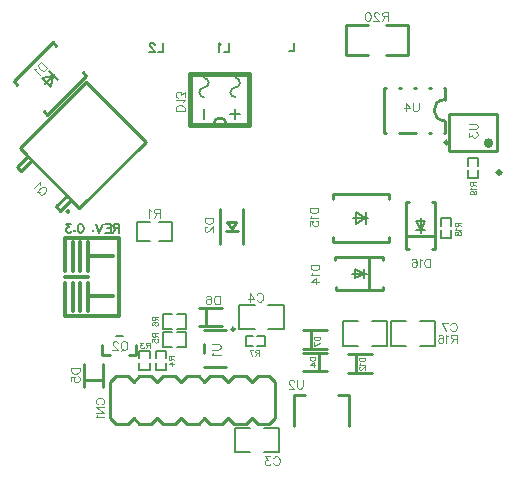
<source format=gbo>
G04 Layer: BottomSilkLayer*
G04 EasyEDA v6.3.22, 2020-02-05T09:45:25+02:00*
G04 0beb7f22875c416991f5e4e823d3f9f6,afbe6106ea7c444a8181c1b12ab228e2,10*
G04 Gerber Generator version 0.2*
G04 Scale: 100 percent, Rotated: No, Reflected: No *
G04 Dimensions in inches *
G04 leading zeros omitted , absolute positions ,2 integer and 4 decimal *
%FSLAX24Y24*%
%MOIN*%
G90*
G70D02*

%ADD10C,0.010000*%
%ADD15C,0.012000*%
%ADD49C,0.007874*%
%ADD51C,0.006000*%
%ADD52C,0.004000*%
%ADD53C,0.005000*%
%ADD54C,0.007870*%
%ADD55C,0.005906*%
%ADD56C,0.005080*%
%ADD57C,0.015240*%
%ADD58C,0.015748*%
%ADD59C,0.011811*%
%ADD60C,0.003000*%

%LPD*%
G54D10*
G01X13630Y9431D02*
G01X11779Y9431D01*
G54D53*
G01X12534Y8840D02*
G01X12842Y8628D01*
G01X12534Y8435D02*
G01X12534Y8835D01*
G01X12858Y8828D02*
G01X12858Y8428D01*
G01X12920Y8639D02*
G01X12441Y8639D01*
G01X12842Y8628D02*
G01X12534Y8439D01*
G54D10*
G01X13630Y7856D02*
G01X11779Y7856D01*
G01X13630Y9431D02*
G01X13630Y9270D01*
G01X13630Y8017D02*
G01X13630Y7856D01*
G01X11779Y9431D02*
G01X11779Y9270D01*
G01X11779Y8017D02*
G01X11779Y7856D01*
G54D54*
G01X9454Y1650D02*
G01X9974Y1650D01*
G01X9974Y835D01*
G01X9454Y835D01*
G01X9008Y1650D02*
G01X8489Y1650D01*
G01X8489Y835D01*
G01X9008Y835D01*
G54D10*
G01X9842Y3169D02*
G01X9645Y3366D01*
G01X9251Y3366D01*
G01X9055Y3169D01*
G01X9055Y3169D02*
G01X8858Y3366D01*
G01X8464Y3366D01*
G01X8267Y3169D01*
G01X8268Y3169D02*
G01X8071Y3366D01*
G01X7677Y3366D01*
G01X7481Y3169D01*
G01X7480Y3169D02*
G01X7283Y3366D01*
G01X6889Y3366D01*
G01X6693Y3169D01*
G01X6693Y3169D02*
G01X6496Y3366D01*
G01X6102Y3366D01*
G01X5905Y3169D01*
G01X5906Y3169D02*
G01X5709Y3366D01*
G01X5315Y3366D01*
G01X5118Y3169D01*
G01X5118Y3169D02*
G01X4921Y3366D01*
G01X4527Y3366D01*
G01X4331Y3169D01*
G01X4331Y1988D02*
G01X4527Y1791D01*
G01X4921Y1791D01*
G01X5118Y1988D01*
G01X5118Y1988D02*
G01X5314Y1791D01*
G01X5708Y1791D01*
G01X5905Y1988D01*
G01X5906Y1988D02*
G01X6102Y1791D01*
G01X6496Y1791D01*
G01X6693Y1988D01*
G01X6693Y1988D02*
G01X6889Y1791D01*
G01X7283Y1791D01*
G01X7480Y1988D01*
G01X7481Y1988D02*
G01X7677Y1791D01*
G01X8071Y1791D01*
G01X8268Y1988D01*
G01X8268Y1988D02*
G01X8464Y1791D01*
G01X8858Y1791D01*
G01X9055Y1988D01*
G01X9055Y1988D02*
G01X9251Y1791D01*
G01X9645Y1791D01*
G01X9842Y1988D01*
G01X9842Y3169D02*
G01X9842Y1988D01*
G01X4330Y3169D02*
G01X4330Y1988D01*
G01X10834Y2729D02*
G01X10480Y2729D01*
G01X10480Y1706D01*
G01X12291Y1706D02*
G01X12291Y2729D01*
G01X11937Y2729D01*
G01X7481Y3683D02*
G01X8190Y3683D01*
G01X7481Y4450D02*
G01X7481Y4135D01*
G01X7481Y4903D02*
G01X8190Y4903D01*
G54D51*
G01X9242Y4713D02*
G01X9492Y4713D01*
G01X9492Y4373D01*
G01X9282Y4373D01*
G01X9242Y4373D01*
G01X9092Y4373D02*
G01X8852Y4373D01*
G01X8852Y4713D01*
G01X9062Y4713D01*
G01X9092Y4713D01*
G01X5316Y3966D02*
G01X5316Y4216D01*
G01X5656Y4216D01*
G01X5656Y4006D01*
G01X5656Y3966D01*
G01X5656Y3816D02*
G01X5656Y3576D01*
G01X5316Y3576D01*
G01X5316Y3786D01*
G01X5316Y3816D01*
G01X5866Y3966D02*
G01X5866Y4216D01*
G01X6206Y4216D01*
G01X6206Y4006D01*
G01X6206Y3966D01*
G01X6206Y3816D02*
G01X6206Y3576D01*
G01X5866Y3576D01*
G01X5866Y3786D01*
G01X5866Y3816D01*
G01X15366Y8383D02*
G01X15366Y8633D01*
G01X15706Y8633D01*
G01X15706Y8423D01*
G01X15706Y8383D01*
G01X15706Y8233D02*
G01X15706Y7993D01*
G01X15366Y7993D01*
G01X15366Y8203D01*
G01X15366Y8233D01*
G01X16266Y10383D02*
G01X16266Y10633D01*
G01X16606Y10633D01*
G01X16606Y10423D01*
G01X16606Y10383D01*
G01X16606Y10233D02*
G01X16606Y9993D01*
G01X16266Y9993D01*
G01X16266Y10203D01*
G01X16266Y10233D01*
G54D55*
G01X6856Y4957D02*
G01X6856Y5429D01*
G01X6553Y4957D02*
G01X6856Y4957D01*
G01X6108Y4957D02*
G01X6108Y5429D01*
G01X6412Y4957D02*
G01X6108Y4957D01*
G01X6412Y5429D02*
G01X6108Y5429D01*
G01X6553Y5429D02*
G01X6856Y5429D01*
G01X6860Y4357D02*
G01X6860Y4829D01*
G01X6556Y4357D02*
G01X6860Y4357D01*
G01X6112Y4357D02*
G01X6112Y4829D01*
G01X6415Y4357D02*
G01X6112Y4357D01*
G01X6415Y4829D02*
G01X6112Y4829D01*
G01X6556Y4829D02*
G01X6860Y4829D01*
G54D10*
G01X12270Y3478D02*
G01X13057Y3478D01*
G01X12270Y4108D02*
G01X13057Y4108D01*
G01X12525Y3478D02*
G01X12525Y4108D01*
G01X10770Y4278D02*
G01X11557Y4278D01*
G01X10770Y4908D02*
G01X11557Y4908D01*
G01X11025Y4278D02*
G01X11025Y4908D01*
G01X11552Y4158D02*
G01X10764Y4158D01*
G01X11552Y3528D02*
G01X10764Y3528D01*
G01X11296Y4158D02*
G01X11296Y3528D01*
G01X7292Y5028D02*
G01X8079Y5028D01*
G01X7292Y5658D02*
G01X8079Y5658D01*
G01X7547Y5028D02*
G01X7547Y5658D01*
G01X4101Y2999D02*
G01X4101Y3787D01*
G01X3471Y2999D02*
G01X3471Y3787D01*
G01X4101Y3255D02*
G01X3471Y3255D01*
G54D53*
G01X14686Y8640D02*
G01X14686Y8140D01*
G01X14686Y8540D02*
G01X14836Y8540D01*
G01X14836Y8540D02*
G01X14686Y8240D01*
G01X14686Y8240D02*
G01X14836Y8240D01*
G01X14686Y8540D02*
G01X14536Y8540D01*
G01X14536Y8540D02*
G01X14686Y8240D01*
G01X14686Y8240D02*
G01X14536Y8240D01*
G54D10*
G01X15178Y9177D02*
G01X15079Y9177D01*
G01X14292Y9177D02*
G01X14194Y9177D01*
G01X15178Y7603D02*
G01X15178Y9177D01*
G01X15178Y7603D02*
G01X15079Y7603D01*
G01X14292Y7603D02*
G01X14194Y7603D01*
G01X14194Y9177D02*
G01X14194Y7603D01*
G01X14196Y8053D02*
G01X15176Y8053D01*
G01X2433Y14504D02*
G01X1125Y13196D01*
G54D53*
G01X2076Y13312D02*
G01X2444Y13379D01*
G01X2363Y13025D02*
G01X2080Y13308D01*
G01X2313Y13532D02*
G01X2596Y13249D01*
G01X2491Y13443D02*
G01X2152Y13103D01*
G01X2444Y13379D02*
G01X2360Y13028D01*
G54D10*
G01X3547Y13390D02*
G01X2238Y12082D01*
G01X2433Y14504D02*
G01X2547Y14390D01*
G01X3433Y13504D02*
G01X3547Y13390D01*
G01X1125Y13196D02*
G01X1239Y13082D01*
G01X2124Y12196D02*
G01X2238Y12082D01*
G01X8386Y8292D02*
G01X8546Y8522D01*
G01X8546Y8522D02*
G01X8226Y8522D01*
G01X8226Y8522D02*
G01X8386Y8292D01*
G01X8779Y7772D02*
G01X8779Y8953D01*
G01X7992Y8953D02*
G01X7992Y7772D01*
G01X8586Y8202D02*
G01X8186Y8202D01*
G54D56*
G01X7466Y11953D02*
G01X7466Y12273D01*
G01X8505Y11953D02*
G01X8505Y12273D01*
G01X8346Y12113D02*
G01X8666Y12113D01*
G54D57*
G01X7006Y13433D02*
G01X8966Y13433D01*
G01X8966Y13433D02*
G01X8966Y11753D01*
G01X8966Y11753D02*
G01X7006Y11753D01*
G01X7006Y11753D02*
G01X7006Y13433D01*
G54D10*
G01X12976Y6303D02*
G01X12976Y7283D01*
G54D53*
G01X12389Y6793D02*
G01X12889Y6793D01*
G01X12489Y6793D02*
G01X12489Y6943D01*
G01X12489Y6943D02*
G01X12789Y6793D01*
G01X12789Y6793D02*
G01X12789Y6943D01*
G01X12489Y6793D02*
G01X12489Y6643D01*
G01X12489Y6643D02*
G01X12789Y6793D01*
G01X12789Y6793D02*
G01X12789Y6643D01*
G54D10*
G01X11846Y7331D02*
G01X11846Y7233D01*
G01X11866Y6341D02*
G01X11866Y6243D01*
G01X13426Y7343D02*
G01X11852Y7343D01*
G01X13426Y7343D02*
G01X13426Y7245D01*
G01X13436Y6341D02*
G01X13436Y6243D01*
G01X11862Y6243D02*
G01X13436Y6243D01*
G01X4951Y4087D02*
G01X5210Y4087D01*
G01X4951Y4087D01*
G01X5210Y4087D01*
G01X5210Y4408D01*
G01X4061Y4408D02*
G01X4061Y4087D01*
G01X4321Y4087D01*
G54D49*
G01X4518Y4697D02*
G01X4754Y4697D01*
G54D10*
G01X3041Y9250D02*
G01X2679Y8888D01*
G01X2539Y9028D01*
G01X2901Y9389D01*
G01X5525Y11193D02*
G01X3311Y8979D01*
G01X1322Y10969D01*
G01X3535Y13182D01*
G01X5525Y11193D01*
G01X1727Y10566D02*
G01X1365Y10204D01*
G01X1226Y10343D01*
G01X1588Y10705D01*
G01X17223Y10863D02*
G01X15648Y10863D01*
G01X15648Y12123D01*
G01X17223Y12123D01*
G01X17223Y10863D01*
G01X15509Y11488D02*
G01X15509Y11888D01*
G01X13462Y12988D02*
G01X13462Y11488D01*
G01X15509Y12988D02*
G01X15509Y12588D01*
G01X15486Y12988D02*
G01X15452Y12988D01*
G01X15019Y12988D02*
G01X14952Y12988D01*
G01X14519Y12988D02*
G01X14452Y12988D01*
G01X14019Y12988D02*
G01X13952Y12988D01*
G01X13519Y12988D02*
G01X13486Y12988D01*
G01X15509Y11488D02*
G01X15454Y11488D01*
G01X15017Y11488D02*
G01X14954Y11488D01*
G01X14517Y11488D02*
G01X13954Y11488D01*
G01X13517Y11488D02*
G01X13462Y11488D01*
G54D54*
G01X9167Y4936D02*
G01X8648Y4936D01*
G01X8648Y5751D01*
G01X9167Y5751D01*
G01X9613Y4936D02*
G01X10133Y4936D01*
G01X10133Y5751D01*
G01X9613Y5751D01*
G01X13054Y5200D02*
G01X13574Y5200D01*
G01X13574Y4385D01*
G01X13054Y4385D01*
G01X12608Y5200D02*
G01X12089Y5200D01*
G01X12089Y4385D01*
G01X12608Y4385D01*
G01X14654Y5200D02*
G01X15174Y5200D01*
G01X15174Y4385D01*
G01X14654Y4385D01*
G01X14208Y5200D02*
G01X13689Y5200D01*
G01X13689Y4385D01*
G01X14208Y4385D01*
G54D49*
G01X5653Y8508D02*
G01X5220Y8508D01*
G01X5220Y7878D01*
G01X5653Y7878D01*
G01X5968Y8508D02*
G01X6401Y8508D01*
G01X6401Y8114D01*
G01X6401Y7878D01*
G01X5968Y7878D01*
G54D15*
G01X2843Y6493D02*
G01X2843Y5393D01*
G01X2843Y5393D02*
G01X4643Y5393D01*
G01X4643Y7993D02*
G01X4643Y5393D01*
G01X2843Y7993D02*
G01X4643Y7993D01*
G01X2843Y7993D02*
G01X2843Y6893D01*
G01X2843Y6693D02*
G01X3593Y6693D01*
G01X3593Y7393D02*
G01X4443Y7393D01*
G01X3593Y7843D02*
G01X3593Y6893D01*
G01X3093Y6493D02*
G01X3093Y5543D01*
G01X3093Y7843D02*
G01X3093Y6893D01*
G01X3593Y6043D02*
G01X4443Y6043D01*
G01X3593Y6493D02*
G01X3593Y5543D01*
G01X3343Y7843D02*
G01X3343Y6893D01*
G01X3343Y6493D02*
G01X3343Y5543D01*
G54D10*
G01X13536Y15093D02*
G01X14263Y15093D01*
G01X14263Y14093D01*
G01X13536Y14093D01*
G01X12936Y14093D02*
G01X12204Y14093D01*
G01X12204Y15093D01*
G01X12936Y15093D01*
G54D51*
G01X10450Y14493D02*
G01X10450Y14206D01*
G01X10450Y14206D02*
G01X10286Y14206D01*
G01X8286Y14477D02*
G01X8286Y14190D01*
G01X8286Y14190D02*
G01X8122Y14190D01*
G01X8032Y14422D02*
G01X8005Y14436D01*
G01X7964Y14477D01*
G01X7964Y14190D01*
G01X6086Y14477D02*
G01X6086Y14190D01*
G01X6086Y14190D02*
G01X5922Y14190D01*
G01X5819Y14408D02*
G01X5819Y14422D01*
G01X5805Y14449D01*
G01X5791Y14463D01*
G01X5764Y14477D01*
G01X5710Y14477D01*
G01X5682Y14463D01*
G01X5669Y14449D01*
G01X5655Y14422D01*
G01X5655Y14395D01*
G01X5669Y14368D01*
G01X5696Y14327D01*
G01X5832Y14190D01*
G01X5641Y14190D01*
G54D53*
G01X4636Y8446D02*
G01X4636Y8159D01*
G01X4636Y8446D02*
G01X4513Y8446D01*
G01X4472Y8432D01*
G01X4458Y8418D01*
G01X4445Y8391D01*
G01X4445Y8364D01*
G01X4458Y8337D01*
G01X4472Y8323D01*
G01X4513Y8309D01*
G01X4636Y8309D01*
G01X4540Y8309D02*
G01X4445Y8159D01*
G01X4355Y8446D02*
G01X4355Y8159D01*
G01X4355Y8446D02*
G01X4177Y8446D01*
G01X4355Y8309D02*
G01X4246Y8309D01*
G01X4355Y8159D02*
G01X4177Y8159D01*
G01X4087Y8446D02*
G01X3978Y8159D01*
G01X3869Y8446D02*
G01X3978Y8159D01*
G01X3766Y8228D02*
G01X3779Y8214D01*
G01X3766Y8200D01*
G01X3752Y8214D01*
G01X3766Y8228D01*
G01X3370Y8446D02*
G01X3411Y8432D01*
G01X3438Y8391D01*
G01X3452Y8323D01*
G01X3452Y8282D01*
G01X3438Y8214D01*
G01X3411Y8173D01*
G01X3370Y8159D01*
G01X3343Y8159D01*
G01X3302Y8173D01*
G01X3275Y8214D01*
G01X3261Y8282D01*
G01X3261Y8323D01*
G01X3275Y8391D01*
G01X3302Y8432D01*
G01X3343Y8446D01*
G01X3370Y8446D01*
G01X3157Y8228D02*
G01X3171Y8214D01*
G01X3157Y8200D01*
G01X3144Y8214D01*
G01X3157Y8228D01*
G01X3027Y8446D02*
G01X2877Y8446D01*
G01X2958Y8337D01*
G01X2917Y8337D01*
G01X2890Y8323D01*
G01X2877Y8309D01*
G01X2863Y8268D01*
G01X2863Y8241D01*
G01X2877Y8200D01*
G01X2904Y8173D01*
G01X2945Y8159D01*
G01X2986Y8159D01*
G01X3027Y8173D01*
G01X3040Y8187D01*
G01X3054Y8214D01*
G54D52*
G01X10983Y8993D02*
G01X11269Y8993D01*
G01X10983Y8993D02*
G01X10983Y8898D01*
G01X10997Y8857D01*
G01X11024Y8829D01*
G01X11051Y8816D01*
G01X11092Y8802D01*
G01X11160Y8802D01*
G01X11201Y8816D01*
G01X11228Y8829D01*
G01X11256Y8857D01*
G01X11269Y8898D01*
G01X11269Y8993D01*
G01X11037Y8712D02*
G01X11024Y8685D01*
G01X10983Y8644D01*
G01X11269Y8644D01*
G01X10983Y8390D02*
G01X10983Y8527D01*
G01X11106Y8540D01*
G01X11092Y8527D01*
G01X11078Y8486D01*
G01X11078Y8445D01*
G01X11092Y8404D01*
G01X11119Y8377D01*
G01X11160Y8363D01*
G01X11187Y8363D01*
G01X11228Y8377D01*
G01X11256Y8404D01*
G01X11269Y8445D01*
G01X11269Y8486D01*
G01X11256Y8527D01*
G01X11242Y8540D01*
G01X11215Y8554D01*
G01X9781Y628D02*
G01X9795Y655D01*
G01X9822Y682D01*
G01X9849Y696D01*
G01X9904Y696D01*
G01X9931Y682D01*
G01X9958Y655D01*
G01X9972Y628D01*
G01X9986Y587D01*
G01X9986Y518D01*
G01X9972Y478D01*
G01X9958Y450D01*
G01X9931Y423D01*
G01X9904Y409D01*
G01X9849Y409D01*
G01X9822Y423D01*
G01X9795Y450D01*
G01X9781Y478D01*
G01X9664Y696D02*
G01X9514Y696D01*
G01X9596Y587D01*
G01X9555Y587D01*
G01X9527Y573D01*
G01X9514Y559D01*
G01X9500Y518D01*
G01X9500Y491D01*
G01X9514Y450D01*
G01X9541Y423D01*
G01X9582Y409D01*
G01X9623Y409D01*
G01X9664Y423D01*
G01X9677Y437D01*
G01X9691Y464D01*
G01X3920Y2438D02*
G01X3893Y2452D01*
G01X3866Y2479D01*
G01X3852Y2507D01*
G01X3852Y2561D01*
G01X3866Y2588D01*
G01X3893Y2616D01*
G01X3920Y2629D01*
G01X3961Y2643D01*
G01X4029Y2643D01*
G01X4070Y2629D01*
G01X4097Y2616D01*
G01X4125Y2588D01*
G01X4138Y2561D01*
G01X4138Y2507D01*
G01X4125Y2479D01*
G01X4097Y2452D01*
G01X4070Y2438D01*
G01X3852Y2348D02*
G01X4138Y2348D01*
G01X3852Y2348D02*
G01X4138Y2158D01*
G01X3852Y2158D02*
G01X4138Y2158D01*
G01X3907Y2068D02*
G01X3893Y2040D01*
G01X3852Y1999D01*
G01X4138Y1999D01*
G01X10758Y3243D02*
G01X10758Y3039D01*
G01X10744Y2998D01*
G01X10717Y2970D01*
G01X10676Y2957D01*
G01X10649Y2957D01*
G01X10608Y2970D01*
G01X10581Y2998D01*
G01X10567Y3039D01*
G01X10567Y3243D01*
G01X10463Y3175D02*
G01X10463Y3189D01*
G01X10450Y3216D01*
G01X10436Y3229D01*
G01X10409Y3243D01*
G01X10354Y3243D01*
G01X10327Y3229D01*
G01X10313Y3216D01*
G01X10300Y3189D01*
G01X10300Y3161D01*
G01X10313Y3134D01*
G01X10341Y3093D01*
G01X10477Y2957D01*
G01X10286Y2957D01*
G01X7736Y4442D02*
G01X7941Y4442D01*
G01X7981Y4428D01*
G01X8009Y4401D01*
G01X8022Y4360D01*
G01X8022Y4333D01*
G01X8009Y4292D01*
G01X7981Y4265D01*
G01X7941Y4251D01*
G01X7736Y4251D01*
G01X7791Y4161D02*
G01X7777Y4134D01*
G01X7736Y4093D01*
G01X8022Y4093D01*
G54D60*
G01X9300Y4243D02*
G01X9300Y4052D01*
G01X9300Y4243D02*
G01X9218Y4243D01*
G01X9191Y4234D01*
G01X9182Y4225D01*
G01X9173Y4207D01*
G01X9173Y4188D01*
G01X9182Y4170D01*
G01X9191Y4161D01*
G01X9218Y4152D01*
G01X9300Y4152D01*
G01X9237Y4152D02*
G01X9173Y4052D01*
G01X8986Y4243D02*
G01X9077Y4052D01*
G01X9113Y4243D02*
G01X8986Y4243D01*
G01X5650Y4493D02*
G01X5650Y4302D01*
G01X5650Y4493D02*
G01X5568Y4493D01*
G01X5541Y4484D01*
G01X5532Y4475D01*
G01X5523Y4457D01*
G01X5523Y4438D01*
G01X5532Y4420D01*
G01X5541Y4411D01*
G01X5568Y4402D01*
G01X5650Y4402D01*
G01X5587Y4402D02*
G01X5523Y4302D01*
G01X5445Y4493D02*
G01X5345Y4493D01*
G01X5399Y4420D01*
G01X5372Y4420D01*
G01X5354Y4411D01*
G01X5345Y4402D01*
G01X5336Y4375D01*
G01X5336Y4357D01*
G01X5345Y4329D01*
G01X5363Y4311D01*
G01X5390Y4302D01*
G01X5417Y4302D01*
G01X5445Y4311D01*
G01X5454Y4320D01*
G01X5463Y4338D01*
G01X6286Y4043D02*
G01X6477Y4043D01*
G01X6286Y4043D02*
G01X6286Y3961D01*
G01X6295Y3934D01*
G01X6304Y3925D01*
G01X6322Y3916D01*
G01X6340Y3916D01*
G01X6358Y3925D01*
G01X6367Y3934D01*
G01X6377Y3961D01*
G01X6377Y4043D01*
G01X6377Y3979D02*
G01X6477Y3916D01*
G01X6286Y3765D02*
G01X6413Y3856D01*
G01X6413Y3719D01*
G01X6286Y3765D02*
G01X6477Y3765D01*
G01X15836Y8493D02*
G01X16027Y8493D01*
G01X15836Y8493D02*
G01X15836Y8411D01*
G01X15845Y8384D01*
G01X15854Y8375D01*
G01X15872Y8366D01*
G01X15890Y8366D01*
G01X15908Y8375D01*
G01X15918Y8384D01*
G01X15927Y8411D01*
G01X15927Y8493D01*
G01X15927Y8429D02*
G01X16027Y8366D01*
G01X15872Y8306D02*
G01X15863Y8288D01*
G01X15836Y8260D01*
G01X16027Y8260D01*
G01X15836Y8155D02*
G01X15845Y8182D01*
G01X15863Y8191D01*
G01X15881Y8191D01*
G01X15899Y8182D01*
G01X15908Y8164D01*
G01X15918Y8128D01*
G01X15927Y8100D01*
G01X15945Y8082D01*
G01X15963Y8073D01*
G01X15990Y8073D01*
G01X16008Y8082D01*
G01X16018Y8091D01*
G01X16027Y8118D01*
G01X16027Y8155D01*
G01X16018Y8182D01*
G01X16008Y8191D01*
G01X15990Y8200D01*
G01X15963Y8200D01*
G01X15945Y8191D01*
G01X15927Y8173D01*
G01X15918Y8146D01*
G01X15908Y8109D01*
G01X15899Y8091D01*
G01X15881Y8082D01*
G01X15863Y8082D01*
G01X15845Y8091D01*
G01X15836Y8118D01*
G01X15836Y8155D01*
G01X16336Y9843D02*
G01X16527Y9843D01*
G01X16336Y9843D02*
G01X16336Y9761D01*
G01X16345Y9734D01*
G01X16354Y9725D01*
G01X16372Y9716D01*
G01X16390Y9716D01*
G01X16408Y9725D01*
G01X16417Y9734D01*
G01X16427Y9761D01*
G01X16427Y9843D01*
G01X16427Y9779D02*
G01X16527Y9716D01*
G01X16372Y9656D02*
G01X16363Y9638D01*
G01X16336Y9610D01*
G01X16527Y9610D01*
G01X16399Y9432D02*
G01X16427Y9441D01*
G01X16445Y9459D01*
G01X16454Y9487D01*
G01X16454Y9496D01*
G01X16445Y9523D01*
G01X16427Y9541D01*
G01X16399Y9550D01*
G01X16390Y9550D01*
G01X16363Y9541D01*
G01X16345Y9523D01*
G01X16336Y9496D01*
G01X16336Y9487D01*
G01X16345Y9459D01*
G01X16363Y9441D01*
G01X16399Y9432D01*
G01X16445Y9432D01*
G01X16490Y9441D01*
G01X16517Y9459D01*
G01X16527Y9487D01*
G01X16527Y9505D01*
G01X16517Y9532D01*
G01X16499Y9541D01*
G01X5737Y5359D02*
G01X5928Y5359D01*
G01X5737Y5359D02*
G01X5737Y5277D01*
G01X5747Y5250D01*
G01X5756Y5241D01*
G01X5774Y5232D01*
G01X5792Y5232D01*
G01X5810Y5241D01*
G01X5819Y5250D01*
G01X5828Y5277D01*
G01X5828Y5359D01*
G01X5828Y5296D02*
G01X5928Y5232D01*
G01X5765Y5063D02*
G01X5747Y5072D01*
G01X5737Y5099D01*
G01X5737Y5117D01*
G01X5747Y5145D01*
G01X5774Y5163D01*
G01X5819Y5172D01*
G01X5865Y5172D01*
G01X5901Y5163D01*
G01X5919Y5145D01*
G01X5928Y5117D01*
G01X5928Y5108D01*
G01X5919Y5081D01*
G01X5901Y5063D01*
G01X5874Y5054D01*
G01X5865Y5054D01*
G01X5837Y5063D01*
G01X5819Y5081D01*
G01X5810Y5108D01*
G01X5810Y5117D01*
G01X5819Y5145D01*
G01X5837Y5163D01*
G01X5865Y5172D01*
G01X5744Y4805D02*
G01X5935Y4805D01*
G01X5744Y4805D02*
G01X5744Y4723D01*
G01X5753Y4696D01*
G01X5763Y4687D01*
G01X5781Y4677D01*
G01X5799Y4677D01*
G01X5817Y4687D01*
G01X5826Y4696D01*
G01X5835Y4723D01*
G01X5835Y4805D01*
G01X5835Y4741D02*
G01X5935Y4677D01*
G01X5744Y4508D02*
G01X5744Y4599D01*
G01X5826Y4608D01*
G01X5817Y4599D01*
G01X5808Y4572D01*
G01X5808Y4545D01*
G01X5817Y4517D01*
G01X5835Y4499D01*
G01X5863Y4490D01*
G01X5881Y4490D01*
G01X5908Y4499D01*
G01X5926Y4517D01*
G01X5935Y4545D01*
G01X5935Y4572D01*
G01X5926Y4599D01*
G01X5917Y4608D01*
G01X5899Y4617D01*
G01X12636Y3993D02*
G01X12827Y3993D01*
G01X12636Y3993D02*
G01X12636Y3929D01*
G01X12645Y3902D01*
G01X12663Y3884D01*
G01X12681Y3875D01*
G01X12708Y3866D01*
G01X12754Y3866D01*
G01X12781Y3875D01*
G01X12799Y3884D01*
G01X12817Y3902D01*
G01X12827Y3929D01*
G01X12827Y3993D01*
G01X12672Y3806D02*
G01X12663Y3788D01*
G01X12636Y3760D01*
G01X12827Y3760D01*
G01X12681Y3691D02*
G01X12672Y3691D01*
G01X12654Y3682D01*
G01X12645Y3673D01*
G01X12636Y3655D01*
G01X12636Y3618D01*
G01X12645Y3600D01*
G01X12654Y3591D01*
G01X12672Y3582D01*
G01X12690Y3582D01*
G01X12708Y3591D01*
G01X12736Y3609D01*
G01X12827Y3700D01*
G01X12827Y3573D01*
G01X11136Y4693D02*
G01X11327Y4693D01*
G01X11136Y4693D02*
G01X11136Y4629D01*
G01X11145Y4602D01*
G01X11163Y4584D01*
G01X11181Y4575D01*
G01X11208Y4566D01*
G01X11254Y4566D01*
G01X11281Y4575D01*
G01X11299Y4584D01*
G01X11318Y4602D01*
G01X11327Y4629D01*
G01X11327Y4693D01*
G01X11136Y4378D02*
G01X11327Y4469D01*
G01X11136Y4506D02*
G01X11136Y4378D01*
G01X10990Y4017D02*
G01X11180Y4017D01*
G01X10990Y4017D02*
G01X10990Y3953D01*
G01X10999Y3926D01*
G01X11017Y3907D01*
G01X11035Y3898D01*
G01X11062Y3889D01*
G01X11108Y3889D01*
G01X11135Y3898D01*
G01X11153Y3907D01*
G01X11171Y3926D01*
G01X11180Y3953D01*
G01X11180Y4017D01*
G01X10990Y3738D02*
G01X11117Y3829D01*
G01X11117Y3693D01*
G01X10990Y3738D02*
G01X11180Y3738D01*
G54D52*
G01X7986Y6057D02*
G01X7986Y5770D01*
G01X7986Y6057D02*
G01X7890Y6057D01*
G01X7849Y6043D01*
G01X7822Y6016D01*
G01X7808Y5988D01*
G01X7795Y5948D01*
G01X7795Y5879D01*
G01X7808Y5838D01*
G01X7822Y5811D01*
G01X7849Y5784D01*
G01X7890Y5770D01*
G01X7986Y5770D01*
G01X7541Y6016D02*
G01X7555Y6043D01*
G01X7596Y6057D01*
G01X7623Y6057D01*
G01X7664Y6043D01*
G01X7691Y6002D01*
G01X7705Y5934D01*
G01X7705Y5866D01*
G01X7691Y5811D01*
G01X7664Y5784D01*
G01X7623Y5770D01*
G01X7609Y5770D01*
G01X7568Y5784D01*
G01X7541Y5811D01*
G01X7527Y5852D01*
G01X7527Y5866D01*
G01X7541Y5907D01*
G01X7568Y5934D01*
G01X7609Y5948D01*
G01X7623Y5948D01*
G01X7664Y5934D01*
G01X7691Y5907D01*
G01X7705Y5866D01*
G01X3036Y3643D02*
G01X3322Y3643D01*
G01X3036Y3643D02*
G01X3036Y3547D01*
G01X3050Y3507D01*
G01X3077Y3479D01*
G01X3104Y3466D01*
G01X3145Y3452D01*
G01X3213Y3452D01*
G01X3254Y3466D01*
G01X3281Y3479D01*
G01X3309Y3507D01*
G01X3322Y3547D01*
G01X3322Y3643D01*
G01X3036Y3198D02*
G01X3036Y3335D01*
G01X3159Y3348D01*
G01X3145Y3335D01*
G01X3131Y3294D01*
G01X3131Y3253D01*
G01X3145Y3212D01*
G01X3172Y3185D01*
G01X3213Y3171D01*
G01X3241Y3171D01*
G01X3281Y3185D01*
G01X3309Y3212D01*
G01X3322Y3253D01*
G01X3322Y3294D01*
G01X3309Y3335D01*
G01X3295Y3348D01*
G01X3268Y3362D01*
G01X15002Y7293D02*
G01X15002Y7007D01*
G01X15002Y7293D02*
G01X14907Y7293D01*
G01X14866Y7279D01*
G01X14838Y7252D01*
G01X14825Y7225D01*
G01X14811Y7184D01*
G01X14811Y7116D01*
G01X14825Y7075D01*
G01X14838Y7048D01*
G01X14866Y7020D01*
G01X14907Y7007D01*
G01X15002Y7007D01*
G01X14721Y7238D02*
G01X14694Y7252D01*
G01X14653Y7293D01*
G01X14653Y7007D01*
G01X14399Y7252D02*
G01X14413Y7279D01*
G01X14454Y7293D01*
G01X14481Y7293D01*
G01X14522Y7279D01*
G01X14549Y7238D01*
G01X14563Y7170D01*
G01X14563Y7102D01*
G01X14549Y7048D01*
G01X14522Y7020D01*
G01X14481Y7007D01*
G01X14467Y7007D01*
G01X14427Y7020D01*
G01X14399Y7048D01*
G01X14386Y7088D01*
G01X14386Y7102D01*
G01X14399Y7143D01*
G01X14427Y7170D01*
G01X14467Y7184D01*
G01X14481Y7184D01*
G01X14522Y7170D01*
G01X14549Y7143D01*
G01X14563Y7102D01*
G01X2032Y13843D02*
G01X2235Y13641D01*
G01X2032Y13843D02*
G01X1965Y13775D01*
G01X1946Y13737D01*
G01X1945Y13698D01*
G01X1955Y13670D01*
G01X1974Y13631D01*
G01X2023Y13583D01*
G01X2061Y13564D01*
G01X2090Y13554D01*
G01X2129Y13554D01*
G01X2167Y13573D01*
G01X2235Y13641D01*
G01X1873Y13605D02*
G01X1844Y13596D01*
G01X1786Y13596D01*
G01X1988Y13394D01*
G01X7486Y8643D02*
G01X7773Y8643D01*
G01X7486Y8643D02*
G01X7486Y8548D01*
G01X7500Y8507D01*
G01X7527Y8479D01*
G01X7554Y8466D01*
G01X7595Y8452D01*
G01X7663Y8452D01*
G01X7704Y8466D01*
G01X7732Y8479D01*
G01X7759Y8507D01*
G01X7773Y8548D01*
G01X7773Y8643D01*
G01X7554Y8349D02*
G01X7541Y8349D01*
G01X7513Y8335D01*
G01X7500Y8321D01*
G01X7486Y8294D01*
G01X7486Y8239D01*
G01X7500Y8212D01*
G01X7513Y8199D01*
G01X7541Y8185D01*
G01X7568Y8185D01*
G01X7595Y8199D01*
G01X7636Y8226D01*
G01X7773Y8362D01*
G01X7773Y8171D01*
G01X6822Y12213D02*
G01X6536Y12213D01*
G01X6822Y12213D02*
G01X6822Y12308D01*
G01X6808Y12349D01*
G01X6781Y12377D01*
G01X6754Y12390D01*
G01X6713Y12404D01*
G01X6645Y12404D01*
G01X6604Y12390D01*
G01X6577Y12377D01*
G01X6549Y12349D01*
G01X6536Y12308D01*
G01X6536Y12213D01*
G01X6768Y12494D02*
G01X6781Y12521D01*
G01X6822Y12562D01*
G01X6536Y12562D01*
G01X6822Y12679D02*
G01X6822Y12829D01*
G01X6713Y12748D01*
G01X6713Y12788D01*
G01X6699Y12816D01*
G01X6686Y12829D01*
G01X6645Y12843D01*
G01X6618Y12843D01*
G01X6577Y12829D01*
G01X6549Y12802D01*
G01X6536Y12761D01*
G01X6536Y12720D01*
G01X6549Y12679D01*
G01X6563Y12666D01*
G01X6590Y12652D01*
G01X11022Y7093D02*
G01X11308Y7093D01*
G01X11022Y7093D02*
G01X11022Y6998D01*
G01X11036Y6957D01*
G01X11063Y6929D01*
G01X11090Y6916D01*
G01X11131Y6902D01*
G01X11199Y6902D01*
G01X11240Y6916D01*
G01X11267Y6929D01*
G01X11295Y6957D01*
G01X11308Y6998D01*
G01X11308Y7093D01*
G01X11077Y6812D02*
G01X11063Y6785D01*
G01X11022Y6744D01*
G01X11308Y6744D01*
G01X11022Y6518D02*
G01X11213Y6654D01*
G01X11213Y6449D01*
G01X11022Y6518D02*
G01X11308Y6518D01*
G01X4829Y4535D02*
G01X4856Y4521D01*
G01X4884Y4494D01*
G01X4897Y4467D01*
G01X4911Y4426D01*
G01X4911Y4357D01*
G01X4897Y4317D01*
G01X4884Y4289D01*
G01X4856Y4262D01*
G01X4829Y4248D01*
G01X4775Y4248D01*
G01X4747Y4262D01*
G01X4720Y4289D01*
G01X4706Y4317D01*
G01X4693Y4357D01*
G01X4693Y4426D01*
G01X4706Y4467D01*
G01X4720Y4494D01*
G01X4747Y4521D01*
G01X4775Y4535D01*
G01X4829Y4535D01*
G01X4788Y4303D02*
G01X4706Y4221D01*
G01X4589Y4467D02*
G01X4589Y4480D01*
G01X4576Y4507D01*
G01X4562Y4521D01*
G01X4535Y4535D01*
G01X4480Y4535D01*
G01X4453Y4521D01*
G01X4439Y4507D01*
G01X4426Y4480D01*
G01X4426Y4453D01*
G01X4439Y4426D01*
G01X4466Y4385D01*
G01X4603Y4248D01*
G01X4412Y4248D01*
G01X2196Y9635D02*
G01X2206Y9606D01*
G01X2206Y9567D01*
G01X2196Y9538D01*
G01X2177Y9500D01*
G01X2129Y9451D01*
G01X2090Y9432D01*
G01X2061Y9423D01*
G01X2023Y9423D01*
G01X1994Y9432D01*
G01X1955Y9471D01*
G01X1946Y9500D01*
G01X1946Y9538D01*
G01X1955Y9567D01*
G01X1975Y9606D01*
G01X2023Y9654D01*
G01X2061Y9673D01*
G01X2090Y9683D01*
G01X2129Y9683D01*
G01X2158Y9673D01*
G01X2196Y9635D01*
G01X2004Y9500D02*
G01X1888Y9500D01*
G01X1998Y9756D02*
G01X1988Y9785D01*
G01X1988Y9843D01*
G01X1786Y9640D01*
G01X16299Y11793D02*
G01X16504Y11793D01*
G01X16545Y11779D01*
G01X16572Y11752D01*
G01X16586Y11711D01*
G01X16586Y11684D01*
G01X16572Y11643D01*
G01X16545Y11616D01*
G01X16504Y11602D01*
G01X16299Y11602D01*
G01X16299Y11485D02*
G01X16299Y11335D01*
G01X16408Y11417D01*
G01X16408Y11376D01*
G01X16422Y11348D01*
G01X16436Y11335D01*
G01X16477Y11321D01*
G01X16504Y11321D01*
G01X16545Y11335D01*
G01X16572Y11362D01*
G01X16586Y11403D01*
G01X16586Y11444D01*
G01X16572Y11485D01*
G01X16558Y11498D01*
G01X16531Y11512D01*
G01X14621Y12493D02*
G01X14621Y12288D01*
G01X14607Y12248D01*
G01X14580Y12220D01*
G01X14539Y12207D01*
G01X14512Y12207D01*
G01X14471Y12220D01*
G01X14444Y12248D01*
G01X14430Y12288D01*
G01X14430Y12493D01*
G01X14204Y12493D02*
G01X14340Y12302D01*
G01X14136Y12302D01*
G01X14204Y12493D02*
G01X14204Y12207D01*
G01X9230Y6074D02*
G01X9244Y6102D01*
G01X9271Y6129D01*
G01X9299Y6143D01*
G01X9353Y6143D01*
G01X9380Y6129D01*
G01X9408Y6102D01*
G01X9421Y6074D01*
G01X9435Y6034D01*
G01X9435Y5965D01*
G01X9421Y5924D01*
G01X9408Y5897D01*
G01X9380Y5870D01*
G01X9353Y5856D01*
G01X9299Y5856D01*
G01X9271Y5870D01*
G01X9244Y5897D01*
G01X9230Y5924D01*
G01X9004Y6143D02*
G01X9140Y5952D01*
G01X8936Y5952D01*
G01X9004Y6143D02*
G01X9004Y5856D01*
G01X15886Y4757D02*
G01X15886Y4470D01*
G01X15886Y4757D02*
G01X15763Y4757D01*
G01X15722Y4743D01*
G01X15708Y4729D01*
G01X15695Y4702D01*
G01X15695Y4675D01*
G01X15708Y4648D01*
G01X15722Y4634D01*
G01X15763Y4620D01*
G01X15886Y4620D01*
G01X15790Y4620D02*
G01X15695Y4470D01*
G01X15605Y4702D02*
G01X15577Y4716D01*
G01X15537Y4757D01*
G01X15537Y4470D01*
G01X15283Y4716D02*
G01X15297Y4743D01*
G01X15337Y4757D01*
G01X15365Y4757D01*
G01X15406Y4743D01*
G01X15433Y4702D01*
G01X15447Y4634D01*
G01X15447Y4566D01*
G01X15433Y4511D01*
G01X15406Y4484D01*
G01X15365Y4470D01*
G01X15351Y4470D01*
G01X15310Y4484D01*
G01X15283Y4511D01*
G01X15269Y4552D01*
G01X15269Y4566D01*
G01X15283Y4607D01*
G01X15310Y4634D01*
G01X15351Y4648D01*
G01X15365Y4648D01*
G01X15406Y4634D01*
G01X15433Y4607D01*
G01X15447Y4566D01*
G01X15681Y5088D02*
G01X15695Y5116D01*
G01X15722Y5143D01*
G01X15749Y5157D01*
G01X15804Y5157D01*
G01X15831Y5143D01*
G01X15858Y5116D01*
G01X15872Y5088D01*
G01X15886Y5048D01*
G01X15886Y4979D01*
G01X15872Y4938D01*
G01X15858Y4911D01*
G01X15831Y4884D01*
G01X15804Y4870D01*
G01X15749Y4870D01*
G01X15722Y4884D01*
G01X15695Y4911D01*
G01X15681Y4938D01*
G01X15400Y5157D02*
G01X15537Y4870D01*
G01X15591Y5157D02*
G01X15400Y5157D01*
G01X5985Y8946D02*
G01X5985Y8659D01*
G01X5985Y8946D02*
G01X5862Y8946D01*
G01X5821Y8932D01*
G01X5808Y8918D01*
G01X5794Y8891D01*
G01X5794Y8864D01*
G01X5808Y8837D01*
G01X5821Y8823D01*
G01X5862Y8809D01*
G01X5985Y8809D01*
G01X5890Y8809D02*
G01X5794Y8659D01*
G01X5704Y8891D02*
G01X5677Y8905D01*
G01X5636Y8946D01*
G01X5636Y8659D01*
G01X13586Y15507D02*
G01X13586Y15220D01*
G01X13586Y15507D02*
G01X13463Y15507D01*
G01X13422Y15493D01*
G01X13408Y15479D01*
G01X13395Y15452D01*
G01X13395Y15425D01*
G01X13408Y15398D01*
G01X13422Y15384D01*
G01X13463Y15370D01*
G01X13586Y15370D01*
G01X13490Y15370D02*
G01X13395Y15220D01*
G01X13291Y15438D02*
G01X13291Y15452D01*
G01X13277Y15479D01*
G01X13264Y15493D01*
G01X13237Y15507D01*
G01X13182Y15507D01*
G01X13155Y15493D01*
G01X13141Y15479D01*
G01X13127Y15452D01*
G01X13127Y15425D01*
G01X13141Y15398D01*
G01X13168Y15357D01*
G01X13305Y15220D01*
G01X13114Y15220D01*
G01X12942Y15507D02*
G01X12983Y15493D01*
G01X13010Y15452D01*
G01X13024Y15384D01*
G01X13024Y15343D01*
G01X13010Y15275D01*
G01X12983Y15234D01*
G01X12942Y15220D01*
G01X12915Y15220D01*
G01X12874Y15234D01*
G01X12847Y15275D01*
G01X12833Y15343D01*
G01X12833Y15384D01*
G01X12847Y15452D01*
G01X12874Y15493D01*
G01X12915Y15507D01*
G01X12942Y15507D01*
G54D56*
G75*
G01X8666Y13153D02*
G02X8506Y12994I-160J0D01*
G01*
G75*
G01X8506Y13313D02*
G02X8666Y13153I0J-160D01*
G01*
G75*
G01X8346Y12833D02*
G02X8506Y12994I160J0D01*
G01*
G75*
G01X8506Y12673D02*
G02X8346Y12833I0J160D01*
G01*
G75*
G01X7466Y12673D02*
G02X7305Y12833I0J160D01*
G01*
G75*
G01X7305Y12833D02*
G02X7466Y12994I161J0D01*
G01*
G75*
G01X7466Y13313D02*
G02X7625Y13153I0J-160D01*
G01*
G75*
G01X7625Y13153D02*
G02X7466Y12994I-159J0D01*
G01*
G54D10*
G75*
G01X8216Y11763D02*
G03X7786Y11763I-215J0D01*
G01*
G54D58*
G75*
G01X2929Y8861D02*
G02X2929Y8861I56J-56D01*
G01*
G75*
G01X17027Y11139D02*
G02X17027Y11140I-79J1D01*
G01*
G54D59*
G75*
G01X17361Y10154D02*
G02X17361Y10155I-59J1D01*
G01*
G54D10*
G75*
G01X15486Y12588D02*
G03X15486Y11888I0J-350D01*
G01*
G75*
G01X8486Y4943D02*
G03X8486Y4943I-50J0D01*
G01*
G75*
G01X15614Y11163D02*
G03X15614Y11163I-58J0D01*
G01*
M00*
M02*

</source>
